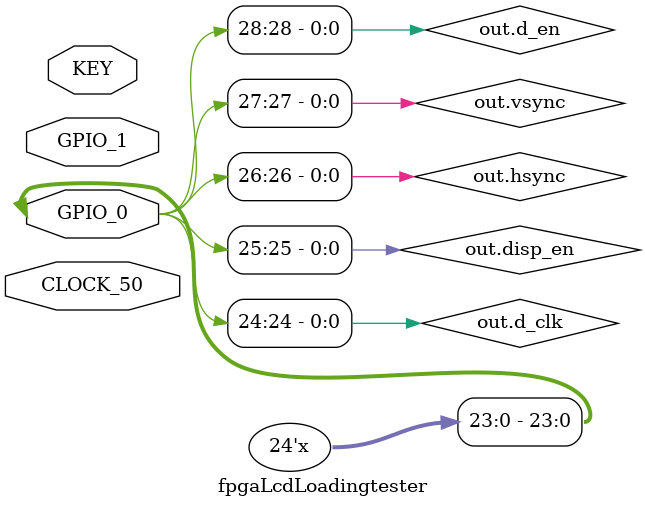
<source format=sv>
module fpgaLcdLoadingtester(
	input CLOCK_50,
	input [1:0] KEY,
	inout [33:0] GPIO_0,
	inout [33:0] GPIO_1
);

logic CLOCK_12;

lcdBus out();
assign GPIO_0[7:0] = out.rgb[23:16]; // Red pins
assign GPIO_0[23:16] = out.rgb[15:8]; // Green pins
assign GPIO_0[15:8] = out.rgb[7:0]; // Blue pins
assign GPIO_0[24] = out.d_clk; // LCD clk pin
assign GPIO_0[25] = out.disp_en; // Display enable pin
assign GPIO_0[26] = out.hsync; // hsync pin
assign GPIO_0[27] = out.vsync; // vsync pin
assign GPIO_0[28] = out.d_en; // data enable pin


logic [23:0] colorIn, colorOut;
logic bsy;

logic buttonSt, newFrame, pixelReq, fifoempty, fifofull;

initial begin
	buttonSt = 0;
end

always_ff @(posedge CLOCK_12) begin
	if (buttonSt == 0) begin
		// Wait for button press
		if (!bsy && !KEY[0]) begin
			newFrame <= 1;
			buttonSt <= 1;
		end else begin
			newFrame <= 0;
			buttonSt <= 0;
		end
	end else begin
		// Wait until button released and ready
		if (bsy || !KEY[0] || !fifoempty) buttonSt <= 1;
		else buttonSt <= 0;
		newFrame <= 0;
	end
end


pll_12mhz inst_pll(
	CLOCK_50,
	CLOCK_12
);	

// FIFO to buffer  the pixel data
pixelFifo inst_fifo(
	.data(colorIn),
	.rdclk(CLOCK_12),
	.rdreq(pixelReq),
	.wrclk(CLOCK_12),
	.wrreq(bsy),
	.q(colorOut),
	.rdempty(fifoempty),
	.wrfull(fifofull)
);

// 
loadingScreenController inst_loadCtrl(
	.clk_12(!CLOCK_12),
	.rst(1'b1),
	.newFrame,
	.bsy,
	.color(colorIn)
);



lcdPixelWriter inst_lcdPixelWriter(
	.clk_12mhz(CLOCK_12), // 15 MHz clock
	.rst(1'b1), // never reset
	.rgb(colorOut), // RGB input
	.data_valid(!fifoempty), // Data only valid if the fifo is not empty
	.data_req(pixelReq), // rgb color request
	.lcdPins(out.controller)
);

endmodule
</source>
